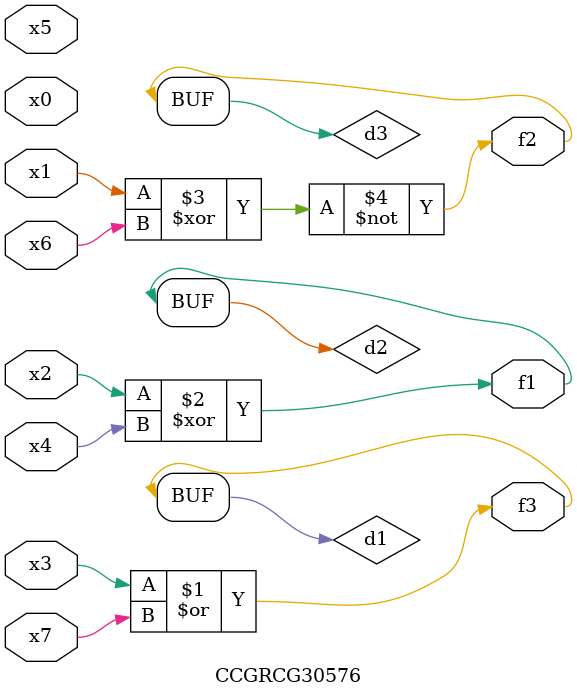
<source format=v>
module CCGRCG30576(
	input x0, x1, x2, x3, x4, x5, x6, x7,
	output f1, f2, f3
);

	wire d1, d2, d3;

	or (d1, x3, x7);
	xor (d2, x2, x4);
	xnor (d3, x1, x6);
	assign f1 = d2;
	assign f2 = d3;
	assign f3 = d1;
endmodule

</source>
